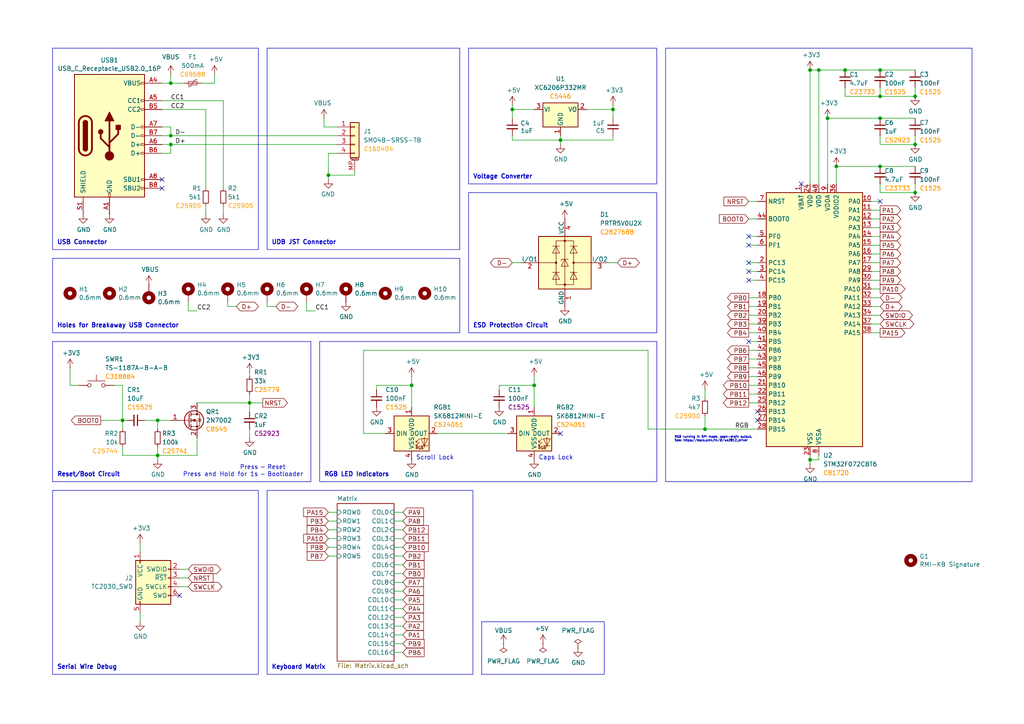
<source format=kicad_sch>
(kicad_sch (version 20231120) (generator "eeschema") (generator_version "8.0")
  (paper "A4")
  (title_block (title "X88H - Hybrid ver.") (date "2024-07-22") (company "RMI-KB"))
  (junction (at 72.39 116.84))
  (junction (at 49.53 41.91))
  (junction (at 119.38 111.76))
  (junction (at 35.56 121.92))
  (junction (at 234.95 133.35))
  (junction (at 265.43 55.88))
  (junction (at 204.47 124.46))
  (junction (at 255.27 34.29))
  (junction (at 162.56 40.64))
  (junction (at 148.59 31.75))
  (junction (at 242.57 48.26))
  (junction (at 95.25 50.8))
  (junction (at 49.53 24.13))
  (junction (at 237.49 20.32))
  (junction (at 255.27 27.94))
  (junction (at 154.94 111.76))
  (junction (at 45.72 121.92))
  (junction (at 255.27 48.26))
  (junction (at 245.11 20.32))
  (junction (at 255.27 20.32))
  (junction (at 265.43 41.91))
  (junction (at 177.8 31.75))
  (junction (at 234.95 20.32))
  (junction (at 45.72 132.08))
  (junction (at 49.53 39.37))
  (junction (at 240.03 34.29))
  (junction (at 265.43 27.94))
  (no_connect (at 217.17 78.74))
  (no_connect (at 217.17 71.12))
  (no_connect (at 255.27 58.42))
  (no_connect (at 46.99 54.61))
  (no_connect (at 219.71 121.92))
  (no_connect (at 162.56 125.73))
  (no_connect (at 217.17 68.58))
  (no_connect (at 52.07 172.72))
  (no_connect (at 219.71 119.38))
  (no_connect (at 217.17 76.2))
  (no_connect (at 46.99 52.07))
  (no_connect (at 217.17 81.28))
  (no_connect (at 232.41 53.34))
  (no_connect (at 217.17 99.06))
  (wire (pts (xy 29.21 121.92) (xy 35.56 121.92)))
  (wire (pts (xy 217.17 93.98) (xy 219.71 93.98)))
  (wire (pts (xy 217.17 68.58) (xy 219.71 68.58)))
  (wire (pts (xy 49.53 24.13) (xy 46.99 24.13)))
  (wire (pts (xy 252.73 71.12) (xy 255.27 71.12)))
  (wire (pts (xy 72.39 114.3) (xy 72.39 116.84)))
  (wire (pts (xy 49.53 24.13) (xy 53.34 24.13)))
  (wire (pts (xy 162.56 40.64) (xy 162.56 41.91)))
  (wire (pts (xy 91.44 90.17) (xy 88.9 90.17)))
  (wire (pts (xy 54.61 90.17) (xy 54.61 87.63)))
  (wire (pts (xy 57.15 90.17) (xy 54.61 90.17)))
  (wire (pts (xy 119.38 109.22) (xy 119.38 111.76)))
  (wire (pts (xy 40.64 180.34) (xy 40.64 177.8)))
  (wire (pts (xy 252.73 83.82) (xy 255.27 83.82)))
  (wire (pts (xy 102.87 50.8) (xy 95.25 50.8)))
  (wire (pts (xy 252.73 60.96) (xy 255.27 60.96)))
  (wire (pts (xy 45.72 132.08) (xy 57.15 132.08)))
  (wire (pts (xy 46.99 36.83) (xy 49.53 36.83)))
  (wire (pts (xy 33.02 111.76) (xy 35.56 111.76)))
  (wire (pts (xy 66.04 88.9) (xy 66.04 87.63)))
  (wire (pts (xy 62.23 24.13) (xy 62.23 21.59)))
  (wire (pts (xy 116.84 166.37) (xy 114.3 166.37)))
  (wire (pts (xy 144.78 111.76) (xy 154.94 111.76)))
  (wire (pts (xy 46.99 29.21) (xy 64.77 29.21)))
  (wire (pts (xy 97.79 36.83) (xy 93.98 36.83)))
  (wire (pts (xy 45.72 133.35) (xy 45.72 132.08)))
  (wire (pts (xy 57.15 116.84) (xy 72.39 116.84)))
  (wire (pts (xy 76.2 116.84) (xy 72.39 116.84)))
  (wire (pts (xy 252.73 73.66) (xy 255.27 73.66)))
  (wire (pts (xy 255.27 27.94) (xy 265.43 27.94)))
  (wire (pts (xy 255.27 88.9) (xy 252.73 88.9)))
  (wire (pts (xy 234.95 133.35) (xy 237.49 133.35)))
  (wire (pts (xy 217.17 101.6) (xy 219.71 101.6)))
  (wire (pts (xy 148.59 76.2) (xy 151.13 76.2)))
  (wire (pts (xy 217.17 91.44) (xy 219.71 91.44)))
  (wire (pts (xy 234.95 20.32) (xy 237.49 20.32)))
  (wire (pts (xy 217.17 111.76) (xy 219.71 111.76)))
  (wire (pts (xy 252.73 58.42) (xy 255.27 58.42)))
  (wire (pts (xy 148.59 30.48) (xy 148.59 31.75)))
  (wire (pts (xy 148.59 31.75) (xy 154.94 31.75)))
  (wire (pts (xy 255.27 55.88) (xy 255.27 53.34)))
  (wire (pts (xy 252.73 68.58) (xy 255.27 68.58)))
  (wire (pts (xy 242.57 53.34) (xy 242.57 48.26)))
  (wire (pts (xy 35.56 132.08) (xy 45.72 132.08)))
  (wire (pts (xy 59.69 59.69) (xy 59.69 62.23)))
  (wire (pts (xy 40.64 157.48) (xy 40.64 160.02)))
  (wire (pts (xy 217.17 96.52) (xy 219.71 96.52)))
  (wire (pts (xy 20.32 106.68) (xy 20.32 111.76)))
  (wire (pts (xy 66.04 88.9) (xy 68.58 88.9)))
  (wire (pts (xy 49.53 44.45) (xy 46.99 44.45)))
  (wire (pts (xy 252.73 81.28) (xy 255.27 81.28)))
  (wire (pts (xy 148.59 40.64) (xy 162.56 40.64)))
  (wire (pts (xy 217.17 116.84) (xy 219.71 116.84)))
  (wire (pts (xy 116.84 171.45) (xy 114.3 171.45)))
  (wire (pts (xy 49.53 39.37) (xy 46.99 39.37)))
  (wire (pts (xy 252.73 76.2) (xy 255.27 76.2)))
  (wire (pts (xy 116.84 189.23) (xy 114.3 189.23)))
  (wire (pts (xy 58.42 24.13) (xy 62.23 24.13)))
  (wire (pts (xy 217.17 76.2) (xy 219.71 76.2)))
  (wire (pts (xy 45.72 121.92) (xy 49.53 121.92)))
  (wire (pts (xy 109.22 113.03) (xy 109.22 111.76)))
  (wire (pts (xy 177.8 31.75) (xy 177.8 34.29)))
  (wire (pts (xy 49.53 41.91) (xy 97.79 41.91)))
  (wire (pts (xy 154.94 111.76) (xy 154.94 118.11)))
  (wire (pts (xy 255.27 41.91) (xy 265.43 41.91)))
  (wire (pts (xy 245.11 27.94) (xy 255.27 27.94)))
  (wire (pts (xy 127 125.73) (xy 147.32 125.73)))
  (wire (pts (xy 116.84 153.67) (xy 114.3 153.67)))
  (wire (pts (xy 57.15 132.08) (xy 57.15 127)))
  (wire (pts (xy 252.73 66.04) (xy 255.27 66.04)))
  (wire (pts (xy 45.72 124.46) (xy 45.72 121.92)))
  (wire (pts (xy 217.17 114.3) (xy 219.71 114.3)))
  (wire (pts (xy 217.17 109.22) (xy 219.71 109.22)))
  (wire (pts (xy 217.17 71.12) (xy 219.71 71.12)))
  (wire (pts (xy 116.84 168.91) (xy 114.3 168.91)))
  (wire (pts (xy 35.56 111.76) (xy 35.56 121.92)))
  (wire (pts (xy 265.43 25.4) (xy 265.43 27.94)))
  (wire (pts (xy 41.91 121.92) (xy 45.72 121.92)))
  (wire (pts (xy 255.27 86.36) (xy 252.73 86.36)))
  (wire (pts (xy 116.84 148.59) (xy 114.3 148.59)))
  (wire (pts (xy 265.43 34.29) (xy 255.27 34.29)))
  (wire (pts (xy 95.25 153.67) (xy 97.79 153.67)))
  (wire (pts (xy 217.17 99.06) (xy 219.71 99.06)))
  (wire (pts (xy 72.39 116.84) (xy 72.39 119.38)))
  (wire (pts (xy 177.8 40.64) (xy 177.8 39.37)))
  (wire (pts (xy 240.03 34.29) (xy 255.27 34.29)))
  (wire (pts (xy 49.53 39.37) (xy 97.79 39.37)))
  (wire (pts (xy 54.61 165.1) (xy 52.07 165.1)))
  (wire (pts (xy 217.17 63.5) (xy 219.71 63.5)))
  (wire (pts (xy 95.25 50.8) (xy 95.25 52.07)))
  (wire (pts (xy 217.17 78.74) (xy 219.71 78.74)))
  (wire (pts (xy 52.07 167.64) (xy 54.61 167.64)))
  (wire (pts (xy 116.84 186.69) (xy 114.3 186.69)))
  (wire (pts (xy 144.78 113.03) (xy 144.78 111.76)))
  (wire (pts (xy 217.17 58.42) (xy 219.71 58.42)))
  (wire (pts (xy 97.79 44.45) (xy 95.25 44.45)))
  (wire (pts (xy 116.84 156.21) (xy 114.3 156.21)))
  (wire (pts (xy 36.83 121.92) (xy 35.56 121.92)))
  (wire (pts (xy 20.32 111.76) (xy 22.86 111.76)))
  (wire (pts (xy 265.43 20.32) (xy 255.27 20.32)))
  (wire (pts (xy 255.27 55.88) (xy 265.43 55.88)))
  (wire (pts (xy 240.03 34.29) (xy 240.03 53.34)))
  (wire (pts (xy 95.25 151.13) (xy 97.79 151.13)))
  (wire (pts (xy 217.17 106.68) (xy 219.71 106.68)))
  (wire (pts (xy 49.53 41.91) (xy 49.53 44.45)))
  (wire (pts (xy 64.77 29.21) (xy 64.77 54.61)))
  (wire (pts (xy 80.01 88.9) (xy 77.47 88.9)))
  (wire (pts (xy 265.43 55.88) (xy 265.43 53.34)))
  (wire (pts (xy 204.47 120.65) (xy 204.47 124.46)))
  (wire (pts (xy 204.47 124.46) (xy 219.71 124.46)))
  (wire (pts (xy 234.95 132.08) (xy 234.95 133.35)))
  (wire (pts (xy 217.17 81.28) (xy 219.71 81.28)))
  (wire (pts (xy 116.84 181.61) (xy 114.3 181.61)))
  (wire (pts (xy 187.96 124.46) (xy 187.96 101.6)))
  (wire (pts (xy 77.47 88.9) (xy 77.47 87.63)))
  (wire (pts (xy 217.17 86.36) (xy 219.71 86.36)))
  (wire (pts (xy 35.56 129.54) (xy 35.56 132.08)))
  (wire (pts (xy 252.73 96.52) (xy 255.27 96.52)))
  (wire (pts (xy 255.27 20.32) (xy 245.11 20.32)))
  (wire (pts (xy 204.47 124.46) (xy 187.96 124.46)))
  (wire (pts (xy 95.25 44.45) (xy 95.25 50.8)))
  (wire (pts (xy 116.84 179.07) (xy 114.3 179.07)))
  (wire (pts (xy 72.39 107.95) (xy 72.39 109.22)))
  (wire (pts (xy 255.27 48.26) (xy 265.43 48.26)))
  (wire (pts (xy 105.41 125.73) (xy 111.76 125.73)))
  (wire (pts (xy 64.77 59.69) (xy 64.77 62.23)))
  (wire (pts (xy 88.9 90.17) (xy 88.9 87.63)))
  (wire (pts (xy 265.43 39.37) (xy 265.43 41.91)))
  (wire (pts (xy 59.69 54.61) (xy 59.69 31.75)))
  (wire (pts (xy 170.18 31.75) (xy 177.8 31.75)))
  (wire (pts (xy 154.94 109.22) (xy 154.94 111.76)))
  (wire (pts (xy 234.95 133.35) (xy 234.95 134.62)))
  (wire (pts (xy 252.73 78.74) (xy 255.27 78.74)))
  (wire (pts (xy 255.27 93.98) (xy 252.73 93.98)))
  (wire (pts (xy 148.59 39.37) (xy 148.59 40.64)))
  (wire (pts (xy 49.53 41.91) (xy 46.99 41.91)))
  (wire (pts (xy 45.72 129.54) (xy 45.72 132.08)))
  (wire (pts (xy 217.17 88.9) (xy 219.71 88.9)))
  (wire (pts (xy 217.17 104.14) (xy 219.71 104.14)))
  (wire (pts (xy 234.95 53.34) (xy 234.95 20.32)))
  (wire (pts (xy 148.59 31.75) (xy 148.59 34.29)))
  (wire (pts (xy 49.53 36.83) (xy 49.53 39.37)))
  (wire (pts (xy 252.73 63.5) (xy 255.27 63.5)))
  (wire (pts (xy 95.25 156.21) (xy 97.79 156.21)))
  (wire (pts (xy 59.69 31.75) (xy 46.99 31.75)))
  (wire (pts (xy 116.84 176.53) (xy 114.3 176.53)))
  (wire (pts (xy 237.49 20.32) (xy 245.11 20.32)))
  (wire (pts (xy 105.41 101.6) (xy 105.41 125.73)))
  (wire (pts (xy 95.25 148.59) (xy 97.79 148.59)))
  (wire (pts (xy 204.47 113.03) (xy 204.47 115.57)))
  (wire (pts (xy 116.84 163.83) (xy 114.3 163.83)))
  (wire (pts (xy 52.07 170.18) (xy 54.61 170.18)))
  (wire (pts (xy 49.53 21.59) (xy 49.53 24.13)))
  (wire (pts (xy 116.84 173.99) (xy 114.3 173.99)))
  (wire (pts (xy 72.39 124.46) (xy 72.39 127)))
  (wire (pts (xy 237.49 20.32) (xy 237.49 53.34)))
  (wire (pts (xy 245.11 25.4) (xy 245.11 27.94)))
  (wire (pts (xy 95.25 161.29) (xy 97.79 161.29)))
  (wire (pts (xy 116.84 158.75) (xy 114.3 158.75)))
  (wire (pts (xy 116.84 161.29) (xy 114.3 161.29)))
  (wire (pts (xy 116.84 151.13) (xy 114.3 151.13)))
  (wire (pts (xy 255.27 91.44) (xy 252.73 91.44)))
  (wire (pts (xy 255.27 39.37) (xy 255.27 41.91)))
  (wire (pts (xy 237.49 133.35) (xy 237.49 132.08)))
  (wire (pts (xy 177.8 31.75) (xy 177.8 30.48)))
  (wire (pts (xy 187.96 101.6) (xy 105.41 101.6)))
  (wire (pts (xy 162.56 39.37) (xy 162.56 40.64)))
  (wire (pts (xy 102.87 49.53) (xy 102.87 50.8)))
  (wire (pts (xy 242.57 48.26) (xy 255.27 48.26)))
  (wire (pts (xy 119.38 111.76) (xy 119.38 118.11)))
  (wire (pts (xy 95.25 158.75) (xy 97.79 158.75)))
  (wire (pts (xy 93.98 34.29) (xy 93.98 36.83)))
  (wire (pts (xy 35.56 121.92) (xy 35.56 124.46)))
  (wire (pts (xy 162.56 40.64) (xy 177.8 40.64)))
  (wire (pts (xy 116.84 184.15) (xy 114.3 184.15)))
  (wire (pts (xy 109.22 111.76) (xy 119.38 111.76)))
  (wire (pts (xy 176.53 76.2) (xy 179.07 76.2)))
  (wire (pts (xy 255.27 25.4) (xy 255.27 27.94)))
  (rectangle (start 193.04 13.97) (end 281.94 139.7))
  (rectangle (start 77.47 13.97) (end 133.35 72.39))
  (rectangle (start 139.7 180.34) (end 175.26 195.58))
  (rectangle (start 135.89 13.97) (end 190.5 53.34))
  (rectangle (start 15.24 74.93) (end 133.35 96.52))
  (rectangle (start 77.47 142.24) (end 137.16 195.58))
  (rectangle (start 135.89 55.88) (end 190.5 96.52))
  (rectangle (start 15.24 13.97) (end 74.93 72.39))
  (rectangle (start 92.71 99.06) (end 190.5 139.7))
  (rectangle (start 15.24 99.06) (end 90.17 139.7))
  (rectangle (start 15.24 142.24) (end 74.93 195.58))
  (text "Holes for Breakaway USB Connector" (at 16.51 95.25 0) (effects (font (size 1.27 1.27) (thickness 0.254) (bold yes)) (justify left bottom)))
  (text "Reset\nBootloader" (at 77.47 138.43 0) (effects (font (size 1.27 1.27)) (justify left bottom)))
  (text "ESD Protection Circuit" (at 137.16 95.25 0) (effects (font (size 1.27 1.27) (thickness 0.254) (bold yes)) (justify left bottom)))
  (text "Caps Lock" (at 156.21 132.08 0) (effects (font (size 1.27 1.27)) (justify left top)))
  (text "RGB running in SPI mode, open-drain output.\nSee: https://docs.qmk.fm/#/ws2812_driver" (at 195.58 128.27 0) (effects (font (size 0.635 0.635)) (justify left bottom)))
  (text "-\n-" (at 76.2 138.43 0) (effects (font (size 1.27 1.27)) (justify bottom)))
  (text "UDB JST Connector" (at 78.74 71.12 0) (effects (font (size 1.27 1.27) (thickness 0.254) (bold yes)) (justify left bottom)))
  (text "RGB LED Indicators" (at 93.98 138.43 0) (effects (font (size 1.27 1.27) (thickness 0.254) (bold yes)) (justify left bottom)))
  (text "Voltage Converter" (at 137.16 52.07 0) (effects (font (size 1.27 1.27) (thickness 0.254) (bold yes)) (justify left bottom)))
  (text "Press\nPress and Hold for 1s" (at 74.93 138.43 0) (effects (font (size 1.27 1.27)) (justify right bottom)))
  (text "Reset/Boot Circuit" (at 16.51 138.43 0) (effects (font (size 1.27 1.27) (thickness 0.254) (bold yes)) (justify left bottom)))
  (text "Serial Wire Debug" (at 16.51 194.31 0) (effects (font (size 1.27 1.27) (thickness 0.254) (bold yes)) (justify left bottom)))
  (text "Keyboard Matrix" (at 78.74 194.31 0) (effects (font (size 1.27 1.27) (thickness 0.254) (bold yes)) (justify left bottom)))
  (text "USB Connector" (at 16.51 71.12 0) (effects (font (size 1.27 1.27) (thickness 0.254) (bold yes)) (justify left bottom)))
  (text "Scroll Lock" (at 120.65 132.08 0) (effects (font (size 1.27 1.27)) (justify left top)))
  (label "CC1" (at 91.44 90.17 0))
  (label "RGB" (at 217.17 124.46 180))
  (label "CC1" (at 49.53 29.21 0))
  (label "CC2" (at 57.15 90.17 0))
  (label "D+" (at 50.8 41.91 0))
  (label "CC2" (at 49.53 31.75 0))
  (label "D-" (at 50.8 39.37 0))
  (global_label "PA10" (shape input) (at 95.25 156.21 180) (property "Intersheetrefs" "${INTERSHEET_REFS}" (effects (hide yes))))
  (global_label "NRST" (shape input) (at 54.61 167.64 0) (property "Intersheetrefs" "${INTERSHEET_REFS}" (effects (hide yes))))
  (global_label "D+" (shape bidirectional) (at 179.07 76.2 0) (property "Intersheetrefs" "${INTERSHEET_REFS}" (effects (hide yes))))
  (global_label "PB9" (shape input) (at 116.84 186.69 0) (property "Intersheetrefs" "${INTERSHEET_REFS}" (effects (hide yes))))
  (global_label "PB10" (shape output) (at 217.17 111.76 180) (property "Intersheetrefs" "${INTERSHEET_REFS}" (effects (hide yes))))
  (global_label "PB1" (shape output) (at 217.17 88.9 180) (property "Intersheetrefs" "${INTERSHEET_REFS}" (effects (hide yes))))
  (global_label "SWCLK" (shape bidirectional) (at 255.27 93.98 0) (property "Intersheetrefs" "${INTERSHEET_REFS}" (effects (hide yes))))
  (global_label "BOOT0" (shape output) (at 29.21 121.92 180) (property "Intersheetrefs" "${INTERSHEET_REFS}" (effects (hide yes))))
  (global_label "PA10" (shape output) (at 255.27 83.82 0) (property "Intersheetrefs" "${INTERSHEET_REFS}" (effects (hide yes))))
  (global_label "PA4" (shape output) (at 255.27 68.58 0) (property "Intersheetrefs" "${INTERSHEET_REFS}" (effects (hide yes))))
  (global_label "D+" (shape bidirectional) (at 68.58 88.9 0) (property "Intersheetrefs" "${INTERSHEET_REFS}" (effects (hide yes))))
  (global_label "NRST" (shape output) (at 76.2 116.84 0) (property "Intersheetrefs" "${INTERSHEET_REFS}" (effects (hide yes))))
  (global_label "PB9" (shape output) (at 217.17 109.22 180) (property "Intersheetrefs" "${INTERSHEET_REFS}" (effects (hide yes))))
  (global_label "PB12" (shape output) (at 217.17 116.84 180) (property "Intersheetrefs" "${INTERSHEET_REFS}" (effects (hide yes))))
  (global_label "D+" (shape bidirectional) (at 255.27 88.9 0) (property "Intersheetrefs" "${INTERSHEET_REFS}" (effects (hide yes))))
  (global_label "PB0" (shape input) (at 116.84 166.37 0) (property "Intersheetrefs" "${INTERSHEET_REFS}" (effects (hide yes))))
  (global_label "PA7" (shape output) (at 255.27 76.2 0) (property "Intersheetrefs" "${INTERSHEET_REFS}" (effects (hide yes))))
  (global_label "PA1" (shape input) (at 116.84 184.15 0) (property "Intersheetrefs" "${INTERSHEET_REFS}" (effects (hide yes))))
  (global_label "PA3" (shape input) (at 116.84 179.07 0) (property "Intersheetrefs" "${INTERSHEET_REFS}" (effects (hide yes))))
  (global_label "SWDIO" (shape bidirectional) (at 54.61 165.1 0) (property "Intersheetrefs" "${INTERSHEET_REFS}" (effects (hide yes))))
  (global_label "PA6" (shape output) (at 255.27 73.66 0) (property "Intersheetrefs" "${INTERSHEET_REFS}" (effects (hide yes))))
  (global_label "PA3" (shape output) (at 255.27 66.04 0) (property "Intersheetrefs" "${INTERSHEET_REFS}" (effects (hide yes))))
  (global_label "D-" (shape bidirectional) (at 80.01 88.9 0) (property "Intersheetrefs" "${INTERSHEET_REFS}" (effects (hide yes))))
  (global_label "PB1" (shape input) (at 116.84 163.83 0) (property "Intersheetrefs" "${INTERSHEET_REFS}" (effects (hide yes))))
  (global_label "PA15" (shape input) (at 95.25 148.59 180) (property "Intersheetrefs" "${INTERSHEET_REFS}" (effects (hide yes))))
  (global_label "BOOT0" (shape input) (at 217.17 63.5 180) (property "Intersheetrefs" "${INTERSHEET_REFS}" (effects (hide yes))))
  (global_label "PA4" (shape input) (at 116.84 176.53 0) (property "Intersheetrefs" "${INTERSHEET_REFS}" (effects (hide yes))))
  (global_label "PA8" (shape output) (at 255.27 78.74 0) (property "Intersheetrefs" "${INTERSHEET_REFS}" (effects (hide yes))))
  (global_label "PA9" (shape input) (at 116.84 148.59 0) (property "Intersheetrefs" "${INTERSHEET_REFS}" (effects (hide yes))))
  (global_label "PB12" (shape input) (at 116.84 153.67 0) (property "Intersheetrefs" "${INTERSHEET_REFS}" (effects (hide yes))))
  (global_label "PA8" (shape input) (at 116.84 151.13 0) (property "Intersheetrefs" "${INTERSHEET_REFS}" (effects (hide yes))))
  (global_label "PA2" (shape input) (at 116.84 181.61 0) (property "Intersheetrefs" "${INTERSHEET_REFS}" (effects (hide yes))))
  (global_label "PA6" (shape input) (at 116.84 171.45 0) (property "Intersheetrefs" "${INTERSHEET_REFS}" (effects (hide yes))))
  (global_label "SWDIO" (shape bidirectional) (at 255.27 91.44 0) (property "Intersheetrefs" "${INTERSHEET_REFS}" (effects (hide yes))))
  (global_label "PA1" (shape output) (at 255.27 60.96 0) (property "Intersheetrefs" "${INTERSHEET_REFS}" (effects (hide yes))))
  (global_label "PA7" (shape input) (at 116.84 168.91 0) (property "Intersheetrefs" "${INTERSHEET_REFS}" (effects (hide yes))))
  (global_label "PB6" (shape input) (at 116.84 189.23 0) (property "Intersheetrefs" "${INTERSHEET_REFS}" (effects (hide yes))))
  (global_label "PA9" (shape output) (at 255.27 81.28 0) (property "Intersheetrefs" "${INTERSHEET_REFS}" (effects (hide yes))))
  (global_label "PB3" (shape output) (at 217.17 93.98 180) (property "Intersheetrefs" "${INTERSHEET_REFS}" (effects (hide yes))))
  (global_label "PB2" (shape output) (at 217.17 91.44 180) (property "Intersheetrefs" "${INTERSHEET_REFS}" (effects (hide yes))))
  (global_label "D-" (shape bidirectional) (at 255.27 86.36 0) (property "Intersheetrefs" "${INTERSHEET_REFS}" (effects (hide yes))))
  (global_label "PB7" (shape output) (at 217.17 104.14 180) (property "Intersheetrefs" "${INTERSHEET_REFS}" (effects (hide yes))))
  (global_label "PB4" (shape output) (at 217.17 96.52 180) (property "Intersheetrefs" "${INTERSHEET_REFS}" (effects (hide yes))))
  (global_label "PB10" (shape input) (at 116.84 158.75 0) (property "Intersheetrefs" "${INTERSHEET_REFS}" (effects (hide yes))))
  (global_label "PB8" (shape input) (at 95.25 158.75 180) (property "Intersheetrefs" "${INTERSHEET_REFS}" (effects (hide yes))))
  (global_label "PB3" (shape input) (at 95.25 151.13 180) (property "Intersheetrefs" "${INTERSHEET_REFS}" (effects (hide yes))))
  (global_label "PB6" (shape output) (at 217.17 101.6 180) (property "Intersheetrefs" "${INTERSHEET_REFS}" (effects (hide yes))))
  (global_label "PA2" (shape output) (at 255.27 63.5 0) (property "Intersheetrefs" "${INTERSHEET_REFS}" (effects (hide yes))))
  (global_label "PB8" (shape output) (at 217.17 106.68 180) (property "Intersheetrefs" "${INTERSHEET_REFS}" (effects (hide yes))))
  (global_label "NRST" (shape input) (at 217.17 58.42 180) (property "Intersheetrefs" "${INTERSHEET_REFS}" (effects (hide yes))))
  (global_label "PB11" (shape input) (at 116.84 156.21 0) (property "Intersheetrefs" "${INTERSHEET_REFS}" (effects (hide yes))))
  (global_label "PB11" (shape output) (at 217.17 114.3 180) (property "Intersheetrefs" "${INTERSHEET_REFS}" (effects (hide yes))))
  (global_label "PB2" (shape input) (at 116.84 161.29 0) (property "Intersheetrefs" "${INTERSHEET_REFS}" (effects (hide yes))))
  (global_label "PA15" (shape output) (at 255.27 96.52 0) (property "Intersheetrefs" "${INTERSHEET_REFS}" (effects (hide yes))))
  (global_label "PB7" (shape input) (at 95.25 161.29 180) (property "Intersheetrefs" "${INTERSHEET_REFS}" (effects (hide yes))))
  (global_label "PB4" (shape input) (at 95.25 153.67 180) (property "Intersheetrefs" "${INTERSHEET_REFS}" (effects (hide yes))))
  (global_label "SWCLK" (shape bidirectional) (at 54.61 170.18 0) (property "Intersheetrefs" "${INTERSHEET_REFS}" (effects (hide yes))))
  (global_label "PA5" (shape input) (at 116.84 173.99 0) (property "Intersheetrefs" "${INTERSHEET_REFS}" (effects (hide yes))))
  (global_label "PB0" (shape output) (at 217.17 86.36 180) (property "Intersheetrefs" "${INTERSHEET_REFS}" (effects (hide yes))))
  (global_label "PA5" (shape output) (at 255.27 71.12 0) (property "Intersheetrefs" "${INTERSHEET_REFS}" (effects (hide yes))))
  (global_label "D-" (shape bidirectional) (at 148.59 76.2 180) (property "Intersheetrefs" "${INTERSHEET_REFS}" (effects (hide yes))))
  (symbol (lib_id "Mechanical:MountingHole") (at 264.16 162.56 0) (unit 1) (in_bom no)
    (property "Reference" "G1" (at 266.7 161.3916 0) (effects (justify left)))
    (property "Value" "RMI-KB Signature" (at 266.7 163.703 0) (effects (justify left)))
    (property "Footprint" "Ramon:Signature" (effects (hide yes)))
  )
  (symbol (lib_id "Device:C_Small") (at 255.27 22.86 0) (unit 1)
    (property "Reference" "C2" (at 256.54 21.59 0) (effects (justify left)))
    (property "Value" "100nF" (at 256.54 24.13 0) (effects (justify left)))
    (property "Footprint" "Capacitor_SMD:C_0402_1005Metric" (effects (hide yes)))
    (property "LCSC" "C1525" (at 256.54 26.67 0) (effects (justify left)))
    (property "MPN" "CL05B104KO5NNNC" (effects (hide yes)))
  )
  (symbol (lib_id "MCU_ST_STM32F0:STM32F072C8Tx") (at 234.95 93.98 0) (unit 1)
    (property "Reference" "U2" (at 238.76 132.08 0) (effects (justify left)))
    (property "Value" "STM32F072CBT6" (at 238.76 134.62 0) (effects (justify left)))
    (property "Footprint" "Package_QFP:LQFP-48_7x7mm_P0.5mm" (effects (hide yes)))
    (property "Datasheet" "http://www.st.com/st-web-ui/static/active/en/resource/technical/document/datasheet/DM00090510.pdf" (effects (hide yes)))
    (property "LCSC" "C81720" (at 238.76 137.16 0) (effects (justify left)))
    (property "MPN" "STM32F072CBT6" (effects (hide yes)))
  )
  (symbol (lib_id "power:GND") (at 144.78 118.11 0) (unit 1)
    (property "Reference" "#PWR028" (effects (hide yes)))
    (property "Value" "GND" (at 144.8816 122.4534 0))
  )
  (symbol (lib_id "Connector:USB_C_Receptacle_USB2.0_16P") (at 31.75 39.37 0) (unit 1)
    (property "Reference" "USB1" (at 31.75 17.4455 0))
    (property "Value" "USB_C_Receptacle_USB2.0_16P" (at 31.75 19.8698 0))
    (property "Footprint" "PCM_marbastlib-various:USB_C_Receptacle_HRO_TYPE-C-31-M-12" (effects (hide yes)))
    (property "Datasheet" "https://www.usb.org/sites/default/files/documents/usb_type-c.zip" (effects (hide yes)))
    (property "Description" "USB 2.0-only 16P Type-C Receptacle connector" (effects (hide yes)))
    (property "LCSC" "C165948" (effects (hide yes)))
    (property "MPN" "TYPE-C-31-M-12" (effects (hide yes)))
  )
  (symbol (lib_id "Transistor_FET:2N7002") (at 54.61 121.92 0) (unit 1)
    (property "Reference" "QR1" (at 59.69 119.38 0) (effects (justify left)))
    (property "Value" "2N7002" (at 59.69 121.92 0) (effects (justify left)))
    (property "Footprint" "Package_TO_SOT_SMD:SOT-23" (effects (hide yes)))
    (property "Datasheet" "https://www.fairchildsemi.com/datasheets/2N/2N7002.pdf" (effects (hide yes)))
    (property "LCSC" "C8545" (at 59.69 124.46 0) (effects (justify left)))
    (property "MPN" "2N7002" (effects (hide yes)))
  )
  (symbol (lib_id "Connector_Generic_MountingPin:Conn_01x04_MountingPin") (at 102.87 39.37 0) (unit 1)
    (property "Reference" "J1" (at 105.41 38.1 0) (effects (justify left)))
    (property "Value" "SM04B-SRSS-TB" (at 105.41 40.64 0) (effects (justify left)))
    (property "Footprint" "Connector_JST:JST_SH_SM04B-SRSS-TB_1x04-1MP_P1.00mm_Horizontal" (effects (hide yes)))
    (property "LCSC" "C160404" (at 105.41 43.18 0) (effects (justify left)))
    (property "MPN" "SM04B-SRSS-TB(LF)(SN)" (effects (hide yes)))
  )
  (symbol (lib_id "power:+3V3") (at 234.95 20.32 0) (unit 1)
    (property "Reference" "#PWR01" (effects (hide yes)))
    (property "Value" "+3V3" (at 235.331 15.9258 0))
  )
  (symbol (lib_id "power:GND") (at 162.56 41.91 0) (unit 1)
    (property "Reference" "#PWR09" (effects (hide yes)))
    (property "Value" "GND" (at 162.6616 46.1772 0))
  )
  (symbol (lib_id "power:GND") (at 163.83 88.9 0) (unit 1)
    (property "Reference" "#PWR021" (effects (hide yes)))
    (property "Value" "GND" (at 163.9316 93.1672 0))
  )
  (symbol (lib_id "Device:R_Small") (at 35.56 127 0) (mirror x) (unit 1)
    (property "Reference" "RR2" (at 34.29 125.73 0) (effects (justify right)))
    (property "Value" "10k" (at 34.29 128.27 0) (effects (justify right)))
    (property "Footprint" "Resistor_SMD:R_0402_1005Metric" (effects (hide yes)))
    (property "LCSC" "C25744" (at 34.29 130.81 0) (effects (justify right)))
    (property "MPN" "0402WGF1002TCE" (effects (hide yes)))
  )
  (symbol (lib_id "Device:C_Small") (at 148.59 36.83 0) (unit 1)
    (property "Reference" "C4" (at 150.9268 35.7378 0) (effects (justify left)))
    (property "Value" "1uF" (at 150.9268 37.9222 0) (effects (justify left)))
    (property "Footprint" "Capacitor_SMD:C_0402_1005Metric" (effects (hide yes)))
    (property "LCSC" "C52923" (effects (hide yes)))
    (property "MPN" "CL05A105KA5NQNC" (effects (hide yes)))
  )
  (symbol (lib_id "Mechanical:MountingHole") (at 31.75 85.09 0) (unit 1) (in_bom no)
    (property "Reference" "H2" (at 34.29 83.8779 0) (effects (justify left)))
    (property "Value" "0.6mm" (at 34.29 86.3021 0) (effects (justify left)))
    (property "Footprint" "LocalLibrary:Hole_0.6mm" (effects (hide yes)))
  )
  (symbol (lib_id "PCM_marbastlib-various:SK6812MINI-E") (at 154.94 125.73 0) (unit 1)
    (property "Reference" "RGB2" (at 161.29 118.11 0) (effects (justify left)))
    (property "Value" "SK6812MINI-E" (at 161.29 120.65 0) (effects (justify left)))
    (property "Footprint" "PCM_marbastlib-various:LED_6028R" (effects (hide yes)))
    (property "Description" "Reverse mount adressable LED (WS2812 protocol)" (effects (hide yes)))
    (property "LCSC" "C524051" (at 161.29 123.19 0) (effects (justify left)))
    (property "MPN" "SK6812MINI-E" (effects (hide yes)))
  )
  (symbol (lib_id "Mechanical:MountingHole_Pad") (at 66.04 85.09 0) (unit 1) (in_bom no)
    (property "Reference" "H5" (at 68.58 82.6079 0) (effects (justify left)))
    (property "Value" "0.6mm" (at 68.58 85.0321 0) (effects (justify left)))
    (property "Footprint" "LocalLibrary:Hole_0.6mm_Pad" (effects (hide yes)))
  )
  (symbol (lib_id "Device:Polyfuse_Small") (at 55.88 24.13 270) (unit 1)
    (property "Reference" "F1" (at 55.88 16.51 90))
    (property "Value" "500mA" (at 55.88 19.05 90))
    (property "Footprint" "Fuse:Fuse_1206_3216Metric_Pad1.42x1.75mm_HandSolder" (effects (hide yes)))
    (property "LCSC" "C69688" (at 55.88 21.59 90))
    (property "MPN" "nSMD050" (effects (hide yes)))
  )
  (symbol (lib_id "power:+3V3") (at 240.03 34.29 0) (unit 1)
    (property "Reference" "#PWR08" (effects (hide yes)))
    (property "Value" "+3V3" (at 240.411 29.8958 0))
  )
  (symbol (lib_id "power:+5V") (at 119.38 109.22 0) (unit 1)
    (property "Reference" "#PWR024" (effects (hide yes)))
    (property "Value" "+5V" (at 119.7356 104.8512 0))
  )
  (symbol (lib_id "power:+3V3") (at 20.32 106.68 0) (unit 1)
    (property "Reference" "#PWR022" (effects (hide yes)))
    (property "Value" "+3V3" (at 20.6756 102.3874 0))
  )
  (symbol (lib_id "Device:C_Small") (at 109.22 115.57 0) (unit 1)
    (property "Reference" "C10" (at 111.76 113.03 0) (effects (justify left)))
    (property "Value" "100nF" (at 111.76 115.57 0) (effects (justify left)))
    (property "Footprint" "Capacitor_SMD:C_0402_1005Metric" (effects (hide yes)))
    (property "LCSC" "C1525" (at 111.76 118.11 0) (effects (justify left)))
    (property "MPN" "CL05B104KO5NNNC" (effects (hide yes)))
  )
  (symbol (lib_id "Device:C_Small") (at 265.43 50.8 0) (unit 1)
    (property "Reference" "C9" (at 266.7 49.53 0) (effects (justify left)))
    (property "Value" "100nF" (at 266.7 52.07 0) (effects (justify left)))
    (property "Footprint" "Capacitor_SMD:C_0402_1005Metric" (effects (hide yes)))
    (property "LCSC" "C1525" (at 266.7 54.61 0) (effects (justify left)))
    (property "MPN" "CL05B104KO5NNNC" (effects (hide yes)))
  )
  (symbol (lib_id "PCM_marbastlib-various:TC2030_SWD") (at 45.72 170.18 0) (mirror y) (unit 1) (in_bom no)
    (property "Reference" "J2" (at 38.6081 167.6978 0) (effects (justify left)))
    (property "Value" "TC2030_SWD" (at 38.6081 170.1221 0) (effects (justify left)))
    (property "Footprint" "PCM_marbastlib-various:CON_TC2030_outlined" (effects (hide yes)))
    (property "Description" "6-pin TC2030 connector for SWD programming" (effects (hide yes)))
  )
  (symbol (lib_id "Mechanical:MountingHole") (at 123.19 85.09 0) (unit 1) (in_bom no)
    (property "Reference" "H10" (at 125.73 83.8779 0) (effects (justify left)))
    (property "Value" "0.6mm" (at 125.73 86.3021 0) (effects (justify left)))
    (property "Footprint" "LocalLibrary:Hole_0.6mm" (effects (hide yes)))
  )
  (symbol (lib_id "Device:C_Small") (at 144.78 115.57 0) (unit 1)
    (property "Reference" "C11" (at 147.32 113.03 0) (effects (justify left)))
    (property "Value" "100nF" (at 147.32 115.57 0) (effects (justify left)))
    (property "Footprint" "Capacitor_SMD:C_0402_1005Metric" (effects (hide yes)))
    (property "LCSC" "C1525" (at 147.32 118.11 0) (effects (justify left)))
    (property "MPN" "CL05B104KO5NNNC" (effects (hide yes)))
  )
  (symbol (lib_id "power:+5V") (at 62.23 21.59 0) (unit 1)
    (property "Reference" "#PWR03" (effects (hide yes)))
    (property "Value" "+5V" (at 62.5856 17.2212 0))
  )
  (symbol (lib_id "power:+5V") (at 154.94 109.22 0) (unit 1)
    (property "Reference" "#PWR025" (effects (hide yes)))
    (property "Value" "+5V" (at 155.2956 104.8512 0))
  )
  (symbol (lib_id "power:GND") (at 109.22 118.11 0) (unit 1)
    (property "Reference" "#PWR027" (effects (hide yes)))
    (property "Value" "GND" (at 109.3216 122.4534 0))
  )
  (symbol (lib_id "power:GND") (at 234.95 134.62 0) (unit 1)
    (property "Reference" "#PWR033" (effects (hide yes)))
    (property "Value" "GND" (at 235.0516 138.9634 0))
  )
  (symbol (lib_id "power:GND") (at 119.38 133.35 0) (unit 1)
    (property "Reference" "#PWR031" (effects (hide yes)))
    (property "Value" "GND" (at 119.4816 137.6934 0))
  )
  (symbol (lib_id "power:GND") (at 167.64 187.96 0) (unit 1)
    (property "Reference" "#PWR038" (effects (hide yes)))
    (property "Value" "GND" (at 167.7416 192.2272 0))
  )
  (symbol (lib_id "power:GND") (at 24.13 62.23 0) (unit 1)
    (property "Reference" "#PWR014" (effects (hide yes)))
    (property "Value" "GND" (at 24.257 66.6242 0))
  )
  (symbol (lib_id "Power_Protection:PRTR5V0U2X") (at 163.83 76.2 0) (unit 1)
    (property "Reference" "D1" (at 173.99 62.23 0) (effects (justify left)))
    (property "Value" "PRTR5V0U2X" (at 173.99 64.77 0) (effects (justify left)))
    (property "Footprint" "Package_TO_SOT_SMD:SOT-143" (effects (hide yes)))
    (property "Datasheet" "https://assets.nexperia.com/documents/data-sheet/PRTR5V0U2X.pdf" (effects (hide yes)))
    (property "LCSC" "C2827688" (at 173.99 67.31 0) (effects (justify left)))
    (property "MPN" "PRTR5V0U2X" (effects (hide yes)))
  )
  (symbol (lib_id "Mechanical:MountingHole") (at 20.32 85.09 0) (unit 1) (in_bom no)
    (property "Reference" "H1" (at 22.86 83.8779 0) (effects (justify left)))
    (property "Value" "0.6mm" (at 22.86 86.3021 0) (effects (justify left)))
    (property "Footprint" "LocalLibrary:Hole_0.6mm" (effects (hide yes)))
  )
  (symbol (lib_id "power:GND") (at 265.43 27.94 0) (unit 1)
    (property "Reference" "#PWR04" (effects (hide yes)))
    (property "Value" "GND" (at 265.5316 32.2834 0))
  )
  (symbol (lib_id "Device:C_Small") (at 39.37 121.92 270) (mirror x) (unit 1)
    (property "Reference" "CR1" (at 36.83 113.03 90) (effects (justify left)))
    (property "Value" "10uF" (at 36.83 115.57 90) (effects (justify left)))
    (property "Footprint" "Capacitor_SMD:C_0402_1005Metric" (effects (hide yes)))
    (property "LCSC" "C15525" (at 36.83 118.11 90) (effects (justify left)))
    (property "MPN" "CL05A106MQ5NUNC" (effects (hide yes)))
  )
  (symbol (lib_id "Device:C_Small") (at 265.43 22.86 0) (unit 1)
    (property "Reference" "C3" (at 266.7 21.59 0) (effects (justify left)))
    (property "Value" "100nF" (at 266.7 24.13 0) (effects (justify left)))
    (property "Footprint" "Capacitor_SMD:C_0402_1005Metric" (effects (hide yes)))
    (property "LCSC" "C1525" (at 266.7 26.67 0) (effects (justify left)))
    (property "MPN" "CL05B104KO5NNNC" (effects (hide yes)))
  )
  (symbol (lib_id "Device:C_Small") (at 177.8 36.83 180) (unit 1)
    (property "Reference" "C5" (at 175.4632 37.9222 0) (effects (justify left)))
    (property "Value" "1uF" (at 175.4632 35.7378 0) (effects (justify left)))
    (property "Footprint" "Capacitor_SMD:C_0402_1005Metric" (effects (hide yes)))
    (property "LCSC" "C52923" (effects (hide yes)))
    (property "MPN" "CL05A105KA5NQNC" (effects (hide yes)))
  )
  (symbol (lib_id "power:GND") (at 265.43 55.88 0) (unit 1)
    (property "Reference" "#PWR013" (effects (hide yes)))
    (property "Value" "GND" (at 265.5316 60.2234 0))
  )
  (symbol (lib_id "power:+3V3") (at 242.57 48.26 0) (unit 1)
    (property "Reference" "#PWR011" (effects (hide yes)))
    (property "Value" "+3V3" (at 242.951 43.8658 0))
  )
  (symbol (lib_id "power:+5V") (at 204.47 113.03 0) (unit 1)
    (property "Reference" "#PWR026" (effects (hide yes)))
    (property "Value" "+5V" (at 204.8256 108.6612 0))
  )
  (symbol (lib_id "Device:R_Small") (at 59.69 57.15 0) (unit 1)
    (property "Reference" "R1" (at 58.42 54.61 0) (effects (justify right)))
    (property "Value" "5k1" (at 58.42 57.15 0) (effects (justify right)))
    (property "Footprint" "Resistor_SMD:R_0402_1005Metric" (effects (hide yes)))
    (property "LCSC" "C25905" (at 58.42 59.69 0) (effects (justify right)))
    (property "MPN" "0402WGF5101TCE" (effects (hide yes)))
  )
  (symbol (lib_id "Device:R_Small") (at 64.77 57.15 0) (unit 1)
    (property "Reference" "R2" (at 66.04 54.61 0) (effects (justify left)))
    (property "Value" "5k1" (at 66.04 57.15 0) (effects (justify left)))
    (property "Footprint" "Resistor_SMD:R_0402_1005Metric" (effects (hide yes)))
    (property "LCSC" "C25905" (at 66.04 59.69 0) (effects (justify left)))
    (property "MPN" "0402WGF5101TCE" (effects (hide yes)))
  )
  (symbol (lib_id "Device:C_Small") (at 255.27 36.83 0) (unit 1)
    (property "Reference" "C6" (at 256.54 35.56 0) (effects (justify left)))
    (property "Value" "1uF" (at 256.54 38.1 0) (effects (justify left)))
    (property "Footprint" "Capacitor_SMD:C_0402_1005Metric" (effects (hide yes)))
    (property "LCSC" "C52923" (at 256.54 40.64 0) (effects (justify left)))
    (property "MPN" "CL05A105KA5NQNC" (effects (hide yes)))
  )
  (symbol (lib_id "power:GND") (at 265.43 41.91 0) (unit 1)
    (property "Reference" "#PWR010" (effects (hide yes)))
    (property "Value" "GND" (at 265.5316 46.2534 0))
  )
  (symbol (lib_id "power:+5V") (at 148.59 30.48 0) (unit 1)
    (property "Reference" "#PWR05" (effects (hide yes)))
    (property "Value" "+5V" (at 148.9456 26.1874 0))
  )
  (symbol (lib_id "power:GND") (at 100.33 87.63 0) (unit 1)
    (property "Reference" "#PWR020" (effects (hide yes)))
    (property "Value" "GND" (at 100.4316 91.8972 0))
  )
  (symbol (lib_id "power:VBUS") (at 146.05 186.69 0) (unit 1)
    (property "Reference" "#PWR036" (effects (hide yes)))
    (property "Value" "VBUS" (at 146.05 182.88 0))
  )
  (symbol (lib_id "Device:R_Small") (at 72.39 111.76 0) (unit 1)
    (property "Reference" "RR1" (at 73.66 107.95 0) (effects (justify left)))
    (property "Value" "33k" (at 73.66 110.49 0) (effects (justify left)))
    (property "Footprint" "Resistor_SMD:R_0402_1005Metric" (effects (hide yes)))
    (property "LCSC" "C25779" (at 73.66 113.03 0) (effects (justify left)))
    (property "MPN" "0402WGF3302TCE" (effects (hide yes)))
  )
  (symbol (lib_id "power:+5V") (at 157.48 186.69 0) (mirror y) (unit 1)
    (property "Reference" "#PWR037" (effects (hide yes)))
    (property "Value" "+5V" (at 157.1244 182.3212 0))
  )
  (symbol (lib_id "power:PWR_FLAG") (at 167.64 187.96 0) (unit 1)
    (property "Reference" "#FLG03" (effects (hide yes)))
    (property "Value" "PWR_FLAG" (at 167.64 182.88 0))
    (property "Description" "Special symbol for telling ERC where power comes from" (effects (hide yes)))
  )
  (symbol (lib_id "Switch:SW_Push") (at 27.94 111.76 0) (unit 1)
    (property "Reference" "SWR1" (at 30.48 104.14 0) (effects (justify left)))
    (property "Value" "TS-1187A-B-A-B" (at 30.48 106.68 0) (effects (justify left)))
    (property "Footprint" "Button_Switch_SMD:SW_SPST_TL3342" (effects (hide yes)))
    (property "Description" "Push button switch, generic, two pins" (effects (hide yes)))
    (property "LCSC" "C318884" (at 30.48 109.22 0) (effects (justify left)))
    (property "MPN" "TS-1187A-B-A-B" (effects (hide yes)))
  )
  (symbol (lib_id "power:+5V") (at 163.83 63.5 0) (unit 1)
    (property "Reference" "#PWR018" (effects (hide yes)))
    (property "Value" "+5V" (at 164.1856 59.1312 0))
  )
  (symbol (lib_id "Mechanical:MountingHole_Pad") (at 43.18 85.09 180) (unit 1) (in_bom no)
    (property "Reference" "H3" (at 45.72 85.1479 0) (effects (justify right)))
    (property "Value" "0.6mm" (at 45.72 87.5721 0) (effects (justify right)))
    (property "Footprint" "LocalLibrary:Hole_0.6mm_Pad" (effects (hide yes)))
  )
  (symbol (lib_id "Device:C_Small") (at 72.39 121.92 0) (unit 1)
    (property "Reference" "CR2" (at 73.66 120.65 0) (effects (justify left)))
    (property "Value" "1uF" (at 73.66 123.19 0) (effects (justify left)))
    (property "Footprint" "Capacitor_SMD:C_0402_1005Metric" (effects (hide yes)))
    (property "LCSC" "C52923" (at 73.66 125.73 0) (effects (justify left)))
    (property "MPN" "CL05A105KA5NQNC" (effects (hide yes)))
  )
  (symbol (lib_id "power:GND") (at 45.72 133.35 0) (unit 1)
    (property "Reference" "#PWR030" (effects (hide yes)))
    (property "Value" "GND" (at 45.8216 137.6172 0))
  )
  (symbol (lib_id "power:VBUS") (at 93.98 34.29 0) (mirror y) (unit 1)
    (property "Reference" "#PWR07" (effects (hide yes)))
    (property "Value" "VBUS" (at 93.599 29.8958 0))
  )
  (symbol (lib_id "Mechanical:MountingHole_Pad") (at 88.9 85.09 0) (unit 1) (in_bom no)
    (property "Reference" "H7" (at 91.44 82.6079 0) (effects (justify left)))
    (property "Value" "0.6mm" (at 91.44 85.0321 0) (effects (justify left)))
    (property "Footprint" "LocalLibrary:Hole_0.6mm_Pad" (effects (hide yes)))
  )
  (symbol (lib_id "power:GND") (at 64.77 62.23 0) (unit 1)
    (property "Reference" "#PWR017" (effects (hide yes)))
    (property "Value" "GND" (at 64.897 66.6242 0))
  )
  (symbol (lib_id "Mechanical:MountingHole") (at 111.76 85.09 0) (unit 1) (in_bom no)
    (property "Reference" "H9" (at 114.3 83.8779 0) (effects (justify left)))
    (property "Value" "0.6mm" (at 114.3 86.3021 0) (effects (justify left)))
    (property "Footprint" "LocalLibrary:Hole_0.6mm" (effects (hide yes)))
  )
  (symbol (lib_id "power:GND") (at 154.94 133.35 0) (unit 1)
    (property "Reference" "#PWR032" (effects (hide yes)))
    (property "Value" "GND" (at 155.0416 137.6934 0))
  )
  (symbol (lib_id "power:+3V3") (at 40.64 157.48 0) (unit 1)
    (property "Reference" "#PWR034" (effects (hide yes)))
    (property "Value" "+3V3" (at 40.9956 153.1874 0))
  )
  (symbol (lib_id "power:GND") (at 31.75 62.23 0) (unit 1)
    (property "Reference" "#PWR015" (effects (hide yes)))
    (property "Value" "GND" (at 31.877 66.6242 0))
  )
  (symbol (lib_id "power:+3V3") (at 72.39 107.95 0) (unit 1)
    (property "Reference" "#PWR023" (effects (hide yes)))
    (property "Value" "+3V3" (at 72.7456 103.6574 0))
  )
  (symbol (lib_id "Device:R_Small") (at 45.72 127 0) (unit 1)
    (property "Reference" "RR3" (at 46.99 125.73 0) (effects (justify left)))
    (property "Value" "100k" (at 46.99 128.27 0) (effects (justify left)))
    (property "Footprint" "Resistor_SMD:R_0402_1005Metric" (effects (hide yes)))
    (property "LCSC" "C25741" (at 46.99 130.81 0) (effects (justify left)))
    (property "MPN" "0402WGF1003TCE" (effects (hide yes)))
  )
  (symbol (lib_id "power:GND") (at 40.64 180.34 0) (unit 1)
    (property "Reference" "#PWR035" (effects (hide yes)))
    (property "Value" "GND" (at 40.7416 184.6072 0))
  )
  (symbol (lib_id "PCM_marbastlib-various:SK6812MINI-E") (at 119.38 125.73 0) (unit 1)
    (property "Reference" "RGB1" (at 125.73 118.11 0) (effects (justify left)))
    (property "Value" "SK6812MINI-E" (at 125.73 120.65 0) (effects (justify left)))
    (property "Footprint" "PCM_marbastlib-various:LED_6028R" (effects (hide yes)))
    (property "Description" "Reverse mount adressable LED (WS2812 protocol)" (effects (hide yes)))
    (property "LCSC" "C524051" (at 125.73 123.19 0) (effects (justify left)))
    (property "MPN" "SK6812MINI-E" (effects (hide yes)))
  )
  (symbol (lib_id "power:PWR_FLAG") (at 146.05 186.69 180) (unit 1)
    (property "Reference" "#FLG01" (effects (hide yes)))
    (property "Value" "PWR_FLAG" (at 146.05 191.77 0))
    (property "Description" "Special symbol for telling ERC where power comes from" (effects (hide yes)))
  )
  (symbol (lib_id "Device:R_Small") (at 204.47 118.11 0) (mirror x) (unit 1)
    (property "Reference" "R3" (at 203.2 115.57 0) (effects (justify right)))
    (property "Value" "4k7" (at 203.2 118.11 0) (effects (justify right)))
    (property "Footprint" "Resistor_SMD:R_0402_1005Metric" (effects (hide yes)))
    (property "LCSC" "C25900" (at 203.2 120.65 0) (effects (justify right)))
    (property "MPN" "0402WGF4701TCE" (effects (hide yes)))
  )
  (symbol (lib_id "power:+3V3") (at 177.8 30.48 0) (unit 1)
    (property "Reference" "#PWR06" (effects (hide yes)))
    (property "Value" "+3V3" (at 178.1556 26.1874 0))
  )
  (symbol (lib_id "Mechanical:MountingHole_Pad") (at 77.47 85.09 0) (unit 1) (in_bom no)
    (property "Reference" "H6" (at 80.01 82.6079 0) (effects (justify left)))
    (property "Value" "0.6mm" (at 80.01 85.0321 0) (effects (justify left)))
    (property "Footprint" "LocalLibrary:Hole_0.6mm_Pad" (effects (hide yes)))
  )
  (symbol (lib_id "power:PWR_FLAG") (at 157.48 186.69 180) (unit 1)
    (property "Reference" "#FLG02" (effects (hide yes)))
    (property "Value" "PWR_FLAG" (at 157.48 191.77 0))
    (property "Description" "Special symbol for telling ERC where power comes from" (effects (hide yes)))
  )
  (symbol (lib_id "Device:C_Small") (at 265.43 36.83 0) (unit 1)
    (property "Reference" "C7" (at 266.7 35.56 0) (effects (justify left)))
    (property "Value" "100nF" (at 266.7 38.1 0) (effects (justify left)))
    (property "Footprint" "Capacitor_SMD:C_0402_1005Metric" (effects (hide yes)))
    (property "LCSC" "C1525" (at 266.7 40.64 0) (effects (justify left)))
    (property "MPN" "CL05B104KO5NNNC" (effects (hide yes)))
  )
  (symbol (lib_id "power:VBUS") (at 49.53 21.59 0) (unit 1)
    (property "Reference" "#PWR02" (effects (hide yes)))
    (property "Value" "VBUS" (at 49.53 16.51 0))
  )
  (symbol (lib_id "power:GND") (at 95.25 52.07 0) (mirror y) (unit 1)
    (property "Reference" "#PWR012" (effects (hide yes)))
    (property "Value" "GND" (at 95.1484 56.3372 0))
  )
  (symbol (lib_id "Device:C_Small") (at 245.11 22.86 0) (unit 1)
    (property "Reference" "C1" (at 246.38 21.59 0) (effects (justify left)))
    (property "Value" "4.7uF" (at 246.38 24.13 0) (effects (justify left)))
    (property "Footprint" "Capacitor_SMD:C_0402_1005Metric" (effects (hide yes)))
    (property "LCSC" "C23733" (at 246.38 26.67 0) (effects (justify left)))
    (property "MPN" "CL05A475MP5NRNC" (effects (hide yes)))
  )
  (symbol (lib_id "power:GND") (at 72.39 127 0) (unit 1)
    (property "Reference" "#PWR029" (effects (hide yes)))
    (property "Value" "GND" (at 72.4916 131.2672 0))
  )
  (symbol (lib_id "power:VBUS") (at 43.18 82.55 0) (unit 1)
    (property "Reference" "#PWR019" (effects (hide yes)))
    (property "Value" "VBUS" (at 43.561 78.1558 0))
  )
  (symbol (lib_id "Regulator_Linear:XC6206PxxxMR") (at 162.56 31.75 0) (unit 1)
    (property "Reference" "U1" (at 162.56 22.86 0))
    (property "Value" "XC6206P332MR" (at 162.56 25.4 0))
    (property "Footprint" "Package_TO_SOT_SMD:SOT-23" (effects (hide yes)))
    (property "Datasheet" "https://www.torexsemi.com/file/xc6206/XC6206.pdf" (effects (hide yes)))
    (property "LCSC" "C5446" (at 162.56 27.94 0))
    (property "MPN" "XC6206P332MR-G" (effects (hide yes)))
  )
  (symbol (lib_id "Device:C_Small") (at 255.27 50.8 0) (unit 1)
    (property "Reference" "C8" (at 256.54 49.53 0) (effects (justify left)))
    (property "Value" "4.7uF" (at 256.54 52.07 0) (effects (justify left)))
    (property "Footprint" "Capacitor_SMD:C_0402_1005Metric" (effects (hide yes)))
    (property "LCSC" "C23733" (at 256.54 54.61 0) (effects (justify left)))
    (property "MPN" "CL05A475MP5NRNC" (effects (hide yes)))
  )
  (symbol (lib_id "power:GND") (at 59.69 62.23 0) (unit 1)
    (property "Reference" "#PWR016" (effects (hide yes)))
    (property "Value" "GND" (at 59.817 66.6242 0))
  )
  (symbol (lib_id "Mechanical:MountingHole_Pad") (at 54.61 85.09 0) (unit 1) (in_bom no)
    (property "Reference" "H4" (at 57.15 82.6079 0) (effects (justify left)))
    (property "Value" "0.6mm" (at 57.15 85.0321 0) (effects (justify left)))
    (property "Footprint" "LocalLibrary:Hole_0.6mm_Pad" (effects (hide yes)))
  )
  (symbol (lib_id "Mechanical:MountingHole_Pad") (at 100.33 85.09 0) (unit 1) (in_bom no)
    (property "Reference" "H8" (at 102.87 82.6079 0) (effects (justify left)))
    (property "Value" "0.6mm" (at 102.87 85.09 0) (effects (justify left)))
    (property "Footprint" "LocalLibrary:Hole_0.6mm_Pad" (effects (hide yes)))
  )
  (sheet (at 97.79 146.05) (size 16.51 45.72)
    (property "Sheetname" "Matrix" (at 97.79 145.3384 0) (effects (justify left bottom)))
    (property "Sheetfile" "Matrix.kicad_sch" (at 97.79 192.3546 0) (effects (justify left top)))
    (pin "ROW0" input (at 97.79 148.59 180))
    (pin "ROW1" input (at 97.79 151.13 180))
    (pin "COL0" input (at 114.3 148.59 0))
    (pin "COL1" input (at 114.3 151.13 0))
    (pin "ROW2" input (at 97.79 153.67 180))
    (pin "ROW3" input (at 97.79 156.21 180))
    (pin "ROW4" input (at 97.79 158.75 180))
    (pin "COL2" input (at 114.3 153.67 0))
    (pin "COL3" input (at 114.3 156.21 0))
    (pin "COL4" input (at 114.3 158.75 0))
    (pin "COL5" input (at 114.3 161.29 0))
    (pin "COL6" input (at 114.3 163.83 0))
    (pin "COL7" input (at 114.3 166.37 0))
    (pin "COL8" input (at 114.3 168.91 0))
    (pin "COL9" input (at 114.3 171.45 0))
    (pin "COL10" input (at 114.3 173.99 0))
    (pin "COL11" input (at 114.3 176.53 0))
    (pin "COL12" input (at 114.3 179.07 0))
    (pin "COL13" input (at 114.3 181.61 0))
    (pin "COL14" input (at 114.3 184.15 0))
    (pin "COL15" input (at 114.3 186.69 0))
    (pin "COL16" input (at 114.3 189.23 0))
    (pin "ROW5" input (at 97.79 161.29 180))
  )
)
</source>
